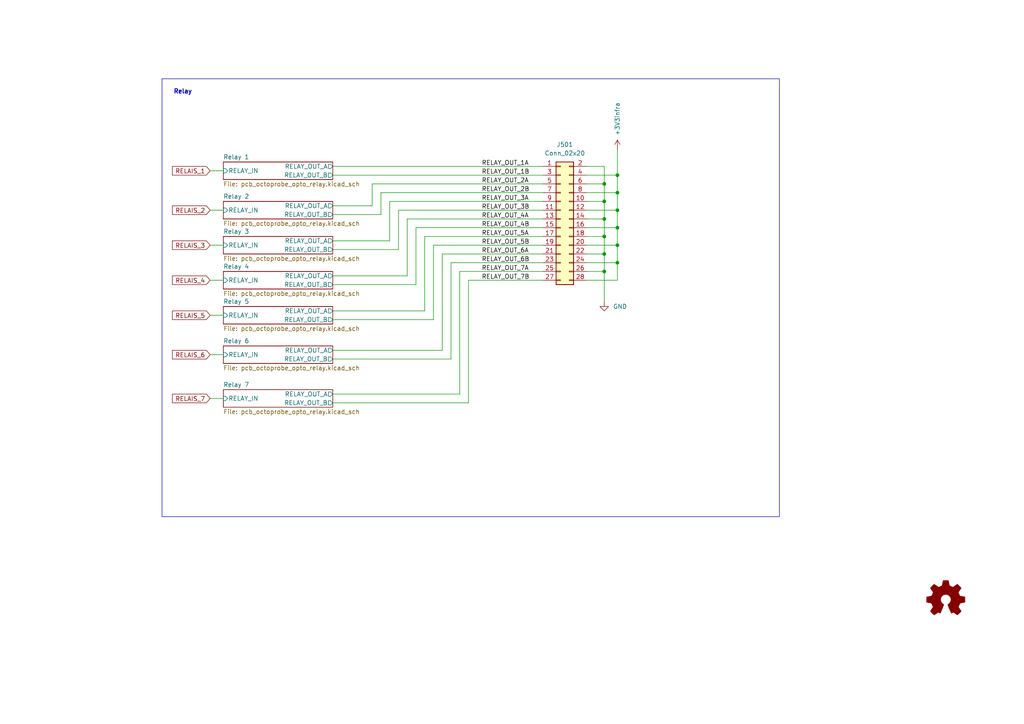
<source format=kicad_sch>
(kicad_sch (version 20250114) (generator "eeschema") (generator_version "9.0")
  (paper "A4")
  (title_block (title "Octoprobe tentacle") (date "2025-09-02") (rev "0.5") (company "Hans Märki, Märki Informatik") (comment 1 "The MIT License (MIT)"))
  (lib_symbols
    (symbol "00_project_library:+3V3infra" (power) (pin_numbers (hide yes)) (pin_names (offset 0) (hide yes))
      (property "Value" "+3V3infra" (at 0 3.556 0))
      (symbol "+3V3infra_0_1"
        (polyline (pts (xy -0.762 1.27) (xy 0 2.54)))
        (polyline (pts (xy 0 2.54) (xy 0.762 1.27)))
        (polyline (pts (xy 0 0) (xy 0 2.54)))
      )
      (symbol "+3V3infra_1_1"
        (pin power_in line (at 0 0 90) (length 0) (name "~") (number "1"))
      )
    )
    (symbol "Connector_Generic:Conn_02x14_Odd_Even" (pin_names (offset 1.016) (hide yes))
      (property "Reference" "J" (at 1.27 17.78 0))
      (property "Value" "Conn_02x14_Odd_Even" (at 1.27 -20.32 0))
      (symbol "Conn_02x14_Odd_Even_1_1"
        (rectangle (start -1.27 16.51) (end 3.81 -19.05) (stroke (width 0.254)) (fill (type background)))
        (rectangle (start -1.27 15.367) (end 0 15.113) (stroke (width 0.1524)))
        (rectangle (start -1.27 12.827) (end 0 12.573) (stroke (width 0.1524)))
        (rectangle (start -1.27 10.287) (end 0 10.033) (stroke (width 0.1524)))
        (rectangle (start -1.27 7.747) (end 0 7.493) (stroke (width 0.1524)))
        (rectangle (start -1.27 5.207) (end 0 4.953) (stroke (width 0.1524)))
        (rectangle (start -1.27 2.667) (end 0 2.413) (stroke (width 0.1524)))
        (rectangle (start -1.27 0.127) (end 0 -0.127) (stroke (width 0.1524)))
        (rectangle (start -1.27 -2.413) (end 0 -2.667) (stroke (width 0.1524)))
        (rectangle (start -1.27 -4.953) (end 0 -5.207) (stroke (width 0.1524)))
        (rectangle (start -1.27 -7.493) (end 0 -7.747) (stroke (width 0.1524)))
        (rectangle (start -1.27 -10.033) (end 0 -10.287) (stroke (width 0.1524)))
        (rectangle (start -1.27 -12.573) (end 0 -12.827) (stroke (width 0.1524)))
        (rectangle (start -1.27 -15.113) (end 0 -15.367) (stroke (width 0.1524)))
        (rectangle (start -1.27 -17.653) (end 0 -17.907) (stroke (width 0.1524)))
        (rectangle (start 3.81 15.367) (end 2.54 15.113) (stroke (width 0.1524)))
        (rectangle (start 3.81 12.827) (end 2.54 12.573) (stroke (width 0.1524)))
        (rectangle (start 3.81 10.287) (end 2.54 10.033) (stroke (width 0.1524)))
        (rectangle (start 3.81 7.747) (end 2.54 7.493) (stroke (width 0.1524)))
        (rectangle (start 3.81 5.207) (end 2.54 4.953) (stroke (width 0.1524)))
        (rectangle (start 3.81 2.667) (end 2.54 2.413) (stroke (width 0.1524)))
        (rectangle (start 3.81 0.127) (end 2.54 -0.127) (stroke (width 0.1524)))
        (rectangle (start 3.81 -2.413) (end 2.54 -2.667) (stroke (width 0.1524)))
        (rectangle (start 3.81 -4.953) (end 2.54 -5.207) (stroke (width 0.1524)))
        (rectangle (start 3.81 -7.493) (end 2.54 -7.747) (stroke (width 0.1524)))
        (rectangle (start 3.81 -10.033) (end 2.54 -10.287) (stroke (width 0.1524)))
        (rectangle (start 3.81 -12.573) (end 2.54 -12.827) (stroke (width 0.1524)))
        (rectangle (start 3.81 -15.113) (end 2.54 -15.367) (stroke (width 0.1524)))
        (rectangle (start 3.81 -17.653) (end 2.54 -17.907) (stroke (width 0.1524)))
        (pin passive line (at -5.08 15.24 0) (length 3.81) (name "Pin_1") (number "1"))
        (pin passive line (at -5.08 12.7 0) (length 3.81) (name "Pin_3") (number "3"))
        (pin passive line (at -5.08 10.16 0) (length 3.81) (name "Pin_5") (number "5"))
        (pin passive line (at -5.08 7.62 0) (length 3.81) (name "Pin_7") (number "7"))
        (pin passive line (at -5.08 5.08 0) (length 3.81) (name "Pin_9") (number "9"))
        (pin passive line (at -5.08 2.54 0) (length 3.81) (name "Pin_11") (number "11"))
        (pin passive line (at -5.08 0 0) (length 3.81) (name "Pin_13") (number "13"))
        (pin passive line (at -5.08 -2.54 0) (length 3.81) (name "Pin_15") (number "15"))
        (pin passive line (at -5.08 -5.08 0) (length 3.81) (name "Pin_17") (number "17"))
        (pin passive line (at -5.08 -7.62 0) (length 3.81) (name "Pin_19") (number "19"))
        (pin passive line (at -5.08 -10.16 0) (length 3.81) (name "Pin_21") (number "21"))
        (pin passive line (at -5.08 -12.7 0) (length 3.81) (name "Pin_23") (number "23"))
        (pin passive line (at -5.08 -15.24 0) (length 3.81) (name "Pin_25") (number "25"))
        (pin passive line (at -5.08 -17.78 0) (length 3.81) (name "Pin_27") (number "27"))
        (pin passive line (at 7.62 15.24 180) (length 3.81) (name "Pin_2") (number "2"))
        (pin passive line (at 7.62 12.7 180) (length 3.81) (name "Pin_4") (number "4"))
        (pin passive line (at 7.62 10.16 180) (length 3.81) (name "Pin_6") (number "6"))
        (pin passive line (at 7.62 7.62 180) (length 3.81) (name "Pin_8") (number "8"))
        (pin passive line (at 7.62 5.08 180) (length 3.81) (name "Pin_10") (number "10"))
        (pin passive line (at 7.62 2.54 180) (length 3.81) (name "Pin_12") (number "12"))
        (pin passive line (at 7.62 0 180) (length 3.81) (name "Pin_14") (number "14"))
        (pin passive line (at 7.62 -2.54 180) (length 3.81) (name "Pin_16") (number "16"))
        (pin passive line (at 7.62 -5.08 180) (length 3.81) (name "Pin_18") (number "18"))
        (pin passive line (at 7.62 -7.62 180) (length 3.81) (name "Pin_20") (number "20"))
        (pin passive line (at 7.62 -10.16 180) (length 3.81) (name "Pin_22") (number "22"))
        (pin passive line (at 7.62 -12.7 180) (length 3.81) (name "Pin_24") (number "24"))
        (pin passive line (at 7.62 -15.24 180) (length 3.81) (name "Pin_26") (number "26"))
        (pin passive line (at 7.62 -17.78 180) (length 3.81) (name "Pin_28") (number "28"))
      )
    )
    (symbol "Graphic:Logo_Open_Hardware_Small" (in_bom no) (on_board no)
      (symbol "Logo_Open_Hardware_Small_0_1"
        (polyline (pts (xy 3.3528 -4.3434) (xy 3.302 -4.318) (xy 3.175 -4.2418) (xy 2.9972 -4.1148) (xy 2.7686 -3.9624) (xy 2.54 -3.81) (xy 2.3622 -3.7084) (xy 2.2352 -3.6068) (xy 2.1844 -3.5814) (xy 2.159 -3.6068) (xy 2.0574 -3.6576) (xy 1.905 -3.7338) (xy 1.8034 -3.7846) (xy 1.6764 -3.8354) (xy 1.6002 -3.8354) (xy 1.6002 -3.8354) (xy 1.5494 -3.7338) (xy 1.4732 -3.5306) (xy 1.3462 -3.302) (xy 1.2446 -3.0226) (xy 1.1176 -2.7178) (xy 0.9652 -2.413) (xy 0.8636 -2.1082) (xy 0.7366 -1.8288) (xy 0.6604 -1.6256) (xy 0.6096 -1.4732) (xy 0.5842 -1.397) (xy 0.5842 -1.397) (xy 0.6604 -1.3208) (xy 0.7874 -1.2446) (xy 1.0414 -1.016) (xy 1.2954 -0.6858) (xy 1.4478 -0.3302) (xy 1.524 0.0762) (xy 1.4732 0.4572) (xy 1.3208 0.8128) (xy 1.0668 1.143) (xy 0.762 1.3716) (xy 0.4064 1.524) (xy 0 1.5748) (xy -0.381 1.5494) (xy -0.7366 1.397) (xy -1.0668 1.143) (xy -1.2192 0.9906) (xy -1.397 0.6604) (xy -1.524 0.3048) (xy -1.524 0.2286) (xy -1.4986 -0.1778) (xy -1.397 -0.5334) (xy -1.1938 -0.8636) (xy -0.9144 -1.143) (xy -0.8636 -1.1684) (xy -0.7366 -1.27) (xy -0.635 -1.3462) (xy -0.5842 -1.397) (xy -1.0668 -2.5908) (xy -1.143 -2.794) (xy -1.2954 -3.1242) (xy -1.397 -3.4036) (xy -1.4986 -3.6322) (xy -1.5748 -3.7846) (xy -1.6002 -3.8354) (xy -1.6002 -3.8354) (xy -1.651 -3.8354) (xy -1.7272 -3.81) (xy -1.905 -3.7338) (xy -2.0066 -3.683) (xy -2.1336 -3.6068) (xy -2.2098 -3.5814) (xy -2.2606 -3.6068) (xy -2.3622 -3.683) (xy -2.54 -3.81) (xy -2.7686 -3.9624) (xy -2.9718 -4.0894) (xy -3.1496 -4.2164) (xy -3.302 -4.318) (xy -3.3528 -4.3434) (xy -3.3782 -4.3434) (xy -3.429 -4.318) (xy -3.5306 -4.2164) (xy -3.7084 -4.064) (xy -3.937 -3.8354) (xy -3.9624 -3.81) (xy -4.1656 -3.6068) (xy -4.318 -3.4544) (xy -4.4196 -3.3274) (xy -4.445 -3.2766) (xy -4.445 -3.2766) (xy -4.4196 -3.2258) (xy -4.318 -3.0734) (xy -4.2164 -2.8956) (xy -4.064 -2.667) (xy -3.6576 -2.0828) (xy -3.8862 -1.5494) (xy -3.937 -1.3716) (xy -4.0386 -1.1684) (xy -4.0894 -1.0414) (xy -4.1148 -0.9652) (xy -4.191 -0.9398) (xy -4.318 -0.9144) (xy -4.5466 -0.8636) (xy -4.8006 -0.8128) (xy -5.0546 -0.7874) (xy -5.2578 -0.7366) (xy -5.4356 -0.7112) (xy -5.5118 -0.6858) (xy -5.5118 -0.6858) (xy -5.5372 -0.635) (xy -5.5372 -0.5588) (xy -5.5372 -0.4318) (xy -5.5626 -0.2286) (xy -5.5626 0.0762) (xy -5.5626 0.127) (xy -5.5372 0.4064) (xy -5.5372 0.635) (xy -5.5372 0.762) (xy -5.5372 0.8382) (xy -5.5372 0.8382) (xy -5.461 0.8382) (xy -5.3086 0.889) (xy -5.08 0.9144) (xy -4.826 0.9652) (xy -4.8006 0.9906) (xy -4.5466 1.0414) (xy -4.318 1.0668) (xy -4.1656 1.1176) (xy -4.0894 1.143) (xy -4.0894 1.143) (xy -4.0386 1.2446) (xy -3.9624 1.4224) (xy -3.8608 1.6256) (xy -3.7846 1.8288) (xy -3.7084 2.0066) (xy -3.6576 2.159) (xy -3.6322 2.2098) (xy -3.6322 2.2098) (xy -3.683 2.286) (xy -3.7592 2.413) (xy -3.8862 2.5908) (xy -4.064 2.8194) (xy -4.064 2.8448) (xy -4.2164 3.0734) (xy -4.3434 3.2512) (xy -4.4196 3.3782) (xy -4.445 3.4544) (xy -4.445 3.4544) (xy -4.3942 3.5052) (xy -4.2926 3.6322) (xy -4.1148 3.81) (xy -3.937 4.0132) (xy -3.8608 4.064) (xy -3.6576 4.2926) (xy -3.5052 4.4196) (xy -3.4036 4.4958) (xy -3.3528 4.5212) (xy -3.3528 4.5212) (xy -3.302 4.4704) (xy -3.1496 4.3688) (xy -2.9718 4.2418) (xy -2.7432 4.0894) (xy -2.7178 4.0894) (xy -2.4892 3.937) (xy -2.3114 3.81) (xy -2.1844 3.7084) (xy -2.1336 3.683) (xy -2.1082 3.683) (xy -2.032 3.7084) (xy -1.8542 3.7592) (xy -1.6764 3.8354) (xy -1.4732 3.937) (xy -1.27 4.0132) (xy -1.143 4.064) (xy -1.0668 4.1148) (xy -1.0668 4.1148) (xy -1.0414 4.191) (xy -1.016 4.3434) (xy -0.9652 4.572) (xy -0.9144 4.8514) (xy -0.889 4.9022) (xy -0.8382 5.1562) (xy -0.8128 5.3848) (xy -0.7874 5.5372) (xy -0.762 5.588) (xy -0.7112 5.6134) (xy -0.5842 5.6134) (xy -0.4064 5.6134) (xy -0.1524 5.6134) (xy 0.0762 5.6134) (xy 0.3302 5.6134) (xy 0.5334 5.6134) (xy 0.6858 5.588) (xy 0.7366 5.588) (xy 0.7366 5.588) (xy 0.762 5.5118) (xy 0.8128 5.334) (xy 0.8382 5.1054) (xy 0.9144 4.826) (xy 0.9144 4.7752) (xy 0.9652 4.5212) (xy 1.016 4.2926) (xy 1.0414 4.1402) (xy 1.0668 4.0894) (xy 1.0668 4.0894) (xy 1.1938 4.0386) (xy 1.3716 3.9624) (xy 1.5748 3.8608) (xy 2.0828 3.6576) (xy 2.7178 4.0894) (xy 2.7686 4.1402) (xy 2.9972 4.2926) (xy 3.175 4.4196) (xy 3.302 4.4958) (xy 3.3782 4.5212) (xy 3.3782 4.5212) (xy 3.429 4.4704) (xy 3.556 4.3434) (xy 3.7338 4.191) (xy 3.9116 3.9878) (xy 4.064 3.8354) (xy 4.2418 3.6576) (xy 4.3434 3.556) (xy 4.4196 3.4798) (xy 4.4196 3.429) (xy 4.4196 3.4036) (xy 4.3942 3.3274) (xy 4.2926 3.2004) (xy 4.1656 2.9972) (xy 4.0132 2.794) (xy 3.8862 2.5908) (xy 3.7592 2.3876) (xy 3.6576 2.2352) (xy 3.6322 2.159) (xy 3.6322 2.1336) (xy 3.683 2.0066) (xy 3.7592 1.8288) (xy 3.8608 1.6002) (xy 4.064 1.1176) (xy 4.3942 1.0414) (xy 4.5974 1.016) (xy 4.8768 0.9652) (xy 5.1308 0.9144) (xy 5.5372 0.8382) (xy 5.5626 -0.6604) (xy 5.4864 -0.6858) (xy 5.4356 -0.6858) (xy 5.2832 -0.7366) (xy 5.0546 -0.762) (xy 4.8006 -0.8128) (xy 4.5974 -0.8636) (xy 4.3688 -0.9144) (xy 4.2164 -0.9398) (xy 4.1402 -0.9398) (xy 4.1148 -0.9652) (xy 4.064 -1.0668) (xy 3.9878 -1.2446) (xy 3.9116 -1.4478) (xy 3.81 -1.651) (xy 3.7338 -1.8542) (xy 3.683 -2.0066) (xy 3.6576 -2.0828) (xy 3.683 -2.1336) (xy 3.7846 -2.2606) (xy 3.8862 -2.4638) (xy 4.0386 -2.667) (xy 4.191 -2.8956) (xy 4.318 -3.0734) (xy 4.3942 -3.2004) (xy 4.445 -3.2766) (xy 4.4196 -3.3274) (xy 4.3434 -3.429) (xy 4.1656 -3.5814) (xy 3.937 -3.8354) (xy 3.8862 -3.8608) (xy 3.683 -4.064) (xy 3.5306 -4.2164) (xy 3.4036 -4.318) (xy 3.3528 -4.3434)) (fill (type outline)))
      )
    )
    (symbol "power:GND" (power) (pin_numbers (hide yes)) (pin_names (offset 0) (hide yes))
      (property "Value" "GND" (at 0 -3.81 0))
      (symbol "GND_0_1"
        (polyline (pts (xy 0 0) (xy 0 -1.27) (xy 1.27 -1.27) (xy 0 -2.54) (xy -1.27 -1.27) (xy 0 -1.27)))
      )
      (symbol "GND_1_1"
        (pin power_in line (at 0 0 270) (length 0) (name "~") (number "1"))
      )
    )
  )
  (rectangle (start 46.99 22.86) (end 226.06 149.86))
  (text "Relay" (at 50.292 27.432 0) (effects (font (size 1.27 1.27) (thickness 0.254) (bold yes)) (justify left bottom)))
  (junction (at 179.07 76.2))
  (junction (at 175.26 58.42))
  (junction (at 175.26 73.66))
  (junction (at 179.07 55.88))
  (junction (at 179.07 60.96))
  (junction (at 179.07 50.8))
  (junction (at 175.26 78.74))
  (junction (at 175.26 68.58))
  (junction (at 179.07 71.12))
  (junction (at 175.26 53.34))
  (junction (at 175.26 63.5))
  (junction (at 179.07 66.04))
  (wire (pts (xy 135.89 81.28) (xy 157.48 81.28)))
  (wire (pts (xy 123.19 90.17) (xy 123.19 68.58)))
  (wire (pts (xy 135.89 116.84) (xy 135.89 81.28)))
  (wire (pts (xy 179.07 66.04) (xy 179.07 60.96)))
  (wire (pts (xy 120.65 66.04) (xy 120.65 82.55)))
  (wire (pts (xy 113.03 69.85) (xy 96.52 69.85)))
  (wire (pts (xy 125.73 92.71) (xy 125.73 71.12)))
  (wire (pts (xy 170.18 71.12) (xy 179.07 71.12)))
  (wire (pts (xy 175.26 68.58) (xy 175.26 73.66)))
  (wire (pts (xy 107.95 53.34) (xy 157.48 53.34)))
  (wire (pts (xy 96.52 50.8) (xy 157.48 50.8)))
  (wire (pts (xy 170.18 53.34) (xy 175.26 53.34)))
  (wire (pts (xy 96.52 90.17) (xy 123.19 90.17)))
  (wire (pts (xy 170.18 78.74) (xy 175.26 78.74)))
  (wire (pts (xy 179.07 71.12) (xy 179.07 76.2)))
  (wire (pts (xy 128.27 73.66) (xy 157.48 73.66)))
  (wire (pts (xy 179.07 55.88) (xy 179.07 50.8)))
  (wire (pts (xy 118.11 63.5) (xy 157.48 63.5)))
  (wire (pts (xy 118.11 63.5) (xy 118.11 80.01)))
  (wire (pts (xy 60.96 60.96) (xy 64.77 60.96)))
  (wire (pts (xy 179.07 60.96) (xy 179.07 55.88)))
  (wire (pts (xy 175.26 48.26) (xy 175.26 53.34)))
  (wire (pts (xy 130.81 104.14) (xy 130.81 76.2)))
  (wire (pts (xy 60.96 49.53) (xy 64.77 49.53)))
  (wire (pts (xy 133.35 78.74) (xy 157.48 78.74)))
  (wire (pts (xy 170.18 73.66) (xy 175.26 73.66)))
  (wire (pts (xy 170.18 55.88) (xy 179.07 55.88)))
  (wire (pts (xy 179.07 71.12) (xy 179.07 66.04)))
  (wire (pts (xy 115.57 72.39) (xy 115.57 60.96)))
  (wire (pts (xy 125.73 92.71) (xy 96.52 92.71)))
  (wire (pts (xy 96.52 116.84) (xy 135.89 116.84)))
  (wire (pts (xy 170.18 76.2) (xy 179.07 76.2)))
  (wire (pts (xy 60.96 102.87) (xy 64.77 102.87)))
  (wire (pts (xy 96.52 72.39) (xy 115.57 72.39)))
  (wire (pts (xy 175.26 73.66) (xy 175.26 78.74)))
  (wire (pts (xy 128.27 73.66) (xy 128.27 101.6)))
  (wire (pts (xy 96.52 48.26) (xy 157.48 48.26)))
  (wire (pts (xy 120.65 82.55) (xy 96.52 82.55)))
  (wire (pts (xy 133.35 114.3) (xy 96.52 114.3)))
  (wire (pts (xy 170.18 81.28) (xy 179.07 81.28)))
  (wire (pts (xy 175.26 63.5) (xy 175.26 68.58)))
  (wire (pts (xy 175.26 53.34) (xy 175.26 58.42)))
  (wire (pts (xy 60.96 91.44) (xy 64.77 91.44)))
  (wire (pts (xy 110.49 62.23) (xy 110.49 55.88)))
  (wire (pts (xy 115.57 60.96) (xy 157.48 60.96)))
  (wire (pts (xy 125.73 71.12) (xy 157.48 71.12)))
  (wire (pts (xy 120.65 66.04) (xy 157.48 66.04)))
  (wire (pts (xy 96.52 80.01) (xy 118.11 80.01)))
  (wire (pts (xy 170.18 68.58) (xy 175.26 68.58)))
  (wire (pts (xy 175.26 78.74) (xy 175.26 87.63)))
  (wire (pts (xy 110.49 55.88) (xy 157.48 55.88)))
  (wire (pts (xy 107.95 53.34) (xy 107.95 59.69)))
  (wire (pts (xy 133.35 78.74) (xy 133.35 114.3)))
  (wire (pts (xy 107.95 59.69) (xy 96.52 59.69)))
  (wire (pts (xy 170.18 58.42) (xy 175.26 58.42)))
  (wire (pts (xy 60.96 81.28) (xy 64.77 81.28)))
  (wire (pts (xy 170.18 66.04) (xy 179.07 66.04)))
  (wire (pts (xy 96.52 104.14) (xy 130.81 104.14)))
  (wire (pts (xy 175.26 58.42) (xy 175.26 63.5)))
  (wire (pts (xy 113.03 58.42) (xy 157.48 58.42)))
  (wire (pts (xy 96.52 62.23) (xy 110.49 62.23)))
  (wire (pts (xy 170.18 60.96) (xy 179.07 60.96)))
  (wire (pts (xy 170.18 63.5) (xy 175.26 63.5)))
  (wire (pts (xy 179.07 81.28) (xy 179.07 76.2)))
  (wire (pts (xy 170.18 50.8) (xy 179.07 50.8)))
  (wire (pts (xy 113.03 58.42) (xy 113.03 69.85)))
  (wire (pts (xy 170.18 48.26) (xy 175.26 48.26)))
  (wire (pts (xy 60.96 115.57) (xy 64.77 115.57)))
  (wire (pts (xy 123.19 68.58) (xy 157.48 68.58)))
  (wire (pts (xy 60.96 71.12) (xy 64.77 71.12)))
  (wire (pts (xy 130.81 76.2) (xy 157.48 76.2)))
  (wire (pts (xy 128.27 101.6) (xy 96.52 101.6)))
  (wire (pts (xy 179.07 43.18) (xy 179.07 50.8)))
  (label "RELAY_OUT_3B" (at 139.7 60.96 0))
  (label "RELAY_OUT_2B" (at 139.7 55.88 0))
  (label "RELAY_OUT_1A" (at 139.7 48.26 0))
  (label "RELAY_OUT_5A" (at 139.7 68.58 0))
  (label "RELAY_OUT_1B" (at 139.7 50.8 0))
  (label "RELAY_OUT_4A" (at 139.7 63.5 0))
  (label "RELAY_OUT_5B" (at 139.7 71.12 0))
  (label "RELAY_OUT_3A" (at 139.7 58.42 0))
  (label "RELAY_OUT_7B" (at 139.7 81.28 0))
  (label "RELAY_OUT_7A" (at 139.7 78.74 0))
  (label "RELAY_OUT_4B" (at 139.7 66.04 0))
  (label "RELAY_OUT_6A" (at 139.7 73.66 0))
  (label "RELAY_OUT_2A" (at 139.7 53.34 0))
  (label "RELAY_OUT_6B" (at 139.7 76.2 0))
  (global_label "RELAIS_5" (shape input) (at 60.96 91.44 180) (property "Intersheetrefs" "${INTERSHEET_REFS}" (effects (hide yes))))
  (global_label "RELAIS_3" (shape input) (at 60.96 71.12 180) (property "Intersheetrefs" "${INTERSHEET_REFS}" (effects (hide yes))))
  (global_label "RELAIS_6" (shape input) (at 60.96 102.87 180) (property "Intersheetrefs" "${INTERSHEET_REFS}" (effects (hide yes))))
  (global_label "RELAIS_7" (shape input) (at 60.96 115.57 180) (property "Intersheetrefs" "${INTERSHEET_REFS}" (effects (hide yes))))
  (global_label "RELAIS_4" (shape input) (at 60.96 81.28 180) (property "Intersheetrefs" "${INTERSHEET_REFS}" (effects (hide yes))))
  (global_label "RELAIS_2" (shape input) (at 60.96 60.96 180) (property "Intersheetrefs" "${INTERSHEET_REFS}" (effects (hide yes))))
  (global_label "RELAIS_1" (shape input) (at 60.96 49.53 180) (property "Intersheetrefs" "${INTERSHEET_REFS}" (effects (hide yes))))
  (symbol (lib_id "00_project_library:+3V3infra") (at 179.07 43.18 0) (unit 1)
    (property "Reference" "#PWR0502" (effects (hide yes)))
    (property "Value" "+3V3infra" (at 179.0701 39.37 90) (effects (justify left)))
    (property "Description" "Power symbol creates a global label with name \"+3V3\"" (effects (hide yes)))
  )
  (symbol (lib_id "Graphic:Logo_Open_Hardware_Small") (at 274.32 173.99 0) (unit 1) (exclude_from_sim yes) (in_bom no) (on_board no)
    (property "Reference" "#SYM501" (effects (hide yes)))
    (property "Value" "Logo_Open_Hardware_Small" (effects (hide yes)))
    (property "Description" "Open Hardware logo, small" (effects (hide yes)))
  )
  (symbol (lib_id "power:GND") (at 175.26 87.63 0) (unit 1)
    (property "Reference" "#PWR0501" (effects (hide yes)))
    (property "Value" "GND" (at 177.8 88.8999 0) (effects (justify left)))
    (property "Description" "Power symbol creates a global label with name \"GND\" , ground" (effects (hide yes)))
  )
  (symbol (lib_id "Connector_Generic:Conn_02x14_Odd_Even") (at 162.56 63.5 0) (unit 1) (in_bom no)
    (property "Reference" "J501" (at 163.83 41.91 0))
    (property "Value" "Conn_02x20" (at 163.83 44.45 0))
    (property "Footprint" "00_project_library:PinSocket_2x14_P2.54mm_Vertical_squarepad" (effects (hide yes)))
    (property "Description" "Generic connector, double row, 02x14, odd/even pin numbering scheme (row 1 odd numbers, row 2 even numbers), script generated (kicad-library-utils/schlib/autogen/connector/)" (effects (hide yes)))
  )
  (sheet (at 64.77 100.33) (size 31.75 5.08) (stroke (width 0.1524))
    (property "Sheetname" "Relay 6" (at 64.77 99.6184 0) (effects (justify left bottom)))
    (property "Sheetfile" "pcb_octoprobe_opto_relay.kicad_sch" (at 64.77 105.9946 0) (effects (justify left top)))
    (property "RELAIS_NUMBER" "6" (effects (hide yes)))
    (pin "RELAY_IN" input (at 64.77 102.87 180))
    (pin "RELAY_OUT_B" output (at 96.52 104.14 0))
    (pin "RELAY_OUT_A" output (at 96.52 101.6 0))
  )
  (sheet (at 64.77 113.03) (size 31.75 5.08) (stroke (width 0.1524))
    (property "Sheetname" "Relay 7" (at 64.77 112.3184 0) (effects (justify left bottom)))
    (property "Sheetfile" "pcb_octoprobe_opto_relay.kicad_sch" (at 64.77 118.6946 0) (effects (justify left top)))
    (property "RELAIS_NUMBER" "7" (effects (hide yes)))
    (pin "RELAY_IN" input (at 64.77 115.57 180))
    (pin "RELAY_OUT_B" output (at 96.52 116.84 0))
    (pin "RELAY_OUT_A" output (at 96.52 114.3 0))
  )
  (sheet (at 64.77 88.9) (size 31.75 5.08) (stroke (width 0.1524))
    (property "Sheetname" "Relay 5" (at 64.77 88.1884 0) (effects (justify left bottom)))
    (property "Sheetfile" "pcb_octoprobe_opto_relay.kicad_sch" (at 64.77 94.5646 0) (effects (justify left top)))
    (property "RELAIS_NUMBER" "5" (effects (hide yes)))
    (pin "RELAY_IN" input (at 64.77 91.44 180))
    (pin "RELAY_OUT_B" output (at 96.52 92.71 0))
    (pin "RELAY_OUT_A" output (at 96.52 90.17 0))
  )
  (sheet (at 64.77 58.42) (size 31.75 5.08) (stroke (width 0.1524))
    (property "Sheetname" "Relay 2" (at 64.77 57.7084 0) (effects (justify left bottom)))
    (property "Sheetfile" "pcb_octoprobe_opto_relay.kicad_sch" (at 64.77 64.0846 0) (effects (justify left top)))
    (property "RELAIS_NUMBER" "2" (effects (hide yes)))
    (pin "RELAY_IN" input (at 64.77 60.96 180))
    (pin "RELAY_OUT_B" output (at 96.52 62.23 0))
    (pin "RELAY_OUT_A" output (at 96.52 59.69 0))
  )
  (sheet (at 64.77 46.99) (size 31.75 5.08) (stroke (width 0.1524))
    (property "Sheetname" "Relay 1" (at 64.77 46.2784 0) (effects (justify left bottom)))
    (property "Sheetfile" "pcb_octoprobe_opto_relay.kicad_sch" (at 64.77 52.6546 0) (effects (justify left top)))
    (property "RELAIS_NUMBER" "1" (effects (hide yes)))
    (pin "RELAY_IN" input (at 64.77 49.53 180))
    (pin "RELAY_OUT_B" output (at 96.52 50.8 0))
    (pin "RELAY_OUT_A" output (at 96.52 48.26 0))
  )
  (sheet (at 64.77 68.58) (size 31.75 5.08) (stroke (width 0.1524))
    (property "Sheetname" "Relay 3" (at 64.77 67.8684 0) (effects (justify left bottom)))
    (property "Sheetfile" "pcb_octoprobe_opto_relay.kicad_sch" (at 64.77 74.2446 0) (effects (justify left top)))
    (property "RELAIS_NUMBER" "3" (effects (hide yes)))
    (pin "RELAY_IN" input (at 64.77 71.12 180))
    (pin "RELAY_OUT_B" output (at 96.52 72.39 0))
    (pin "RELAY_OUT_A" output (at 96.52 69.85 0))
  )
  (sheet (at 64.77 78.74) (size 31.75 5.08) (stroke (width 0.1524))
    (property "Sheetname" "Relay 4" (at 64.77 78.0284 0) (effects (justify left bottom)))
    (property "Sheetfile" "pcb_octoprobe_opto_relay.kicad_sch" (at 64.77 84.4046 0) (effects (justify left top)))
    (property "RELAIS_NUMBER" "4" (effects (hide yes)))
    (pin "RELAY_IN" input (at 64.77 81.28 180))
    (pin "RELAY_OUT_B" output (at 96.52 82.55 0))
    (pin "RELAY_OUT_A" output (at 96.52 80.01 0))
  )
)
</source>
